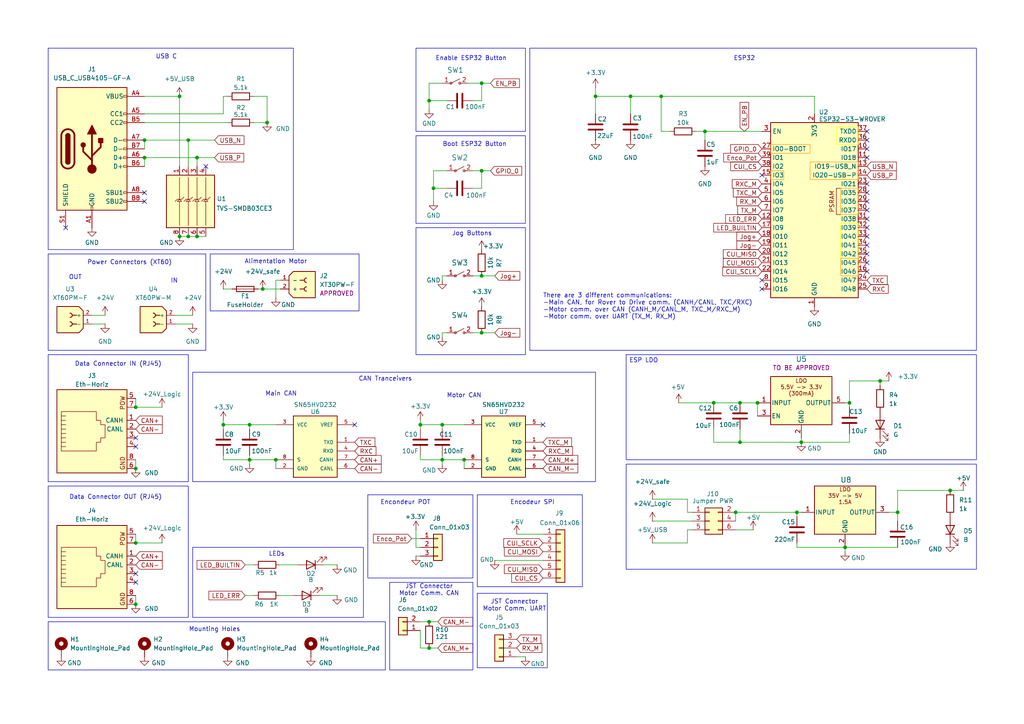
<source format=kicad_sch>
(kicad_sch (version 20231120) (generator "eeschema") (generator_version "8.0")
  (paper "A4")
  (junction (at 232.41 128.27))
  (junction (at 52.07 27.94))
  (junction (at 139.7 49.53))
  (junction (at 39.37 118.11))
  (junction (at 255.27 110.49))
  (junction (at 172.72 27.94))
  (junction (at 231.14 148.59))
  (junction (at 204.47 38.1))
  (junction (at 72.39 123.19))
  (junction (at 214.63 128.27))
  (junction (at 39.37 135.89))
  (junction (at 214.63 116.84))
  (junction (at 124.46 187.96))
  (junction (at 77.47 35.56))
  (junction (at 57.15 68.58))
  (junction (at 52.07 68.58))
  (junction (at 246.38 116.84))
  (junction (at 57.15 45.72))
  (junction (at 260.35 148.59))
  (junction (at 128.27 123.19))
  (junction (at 207.01 116.84))
  (junction (at 76.2 83.82))
  (junction (at 128.27 133.35))
  (junction (at 134.62 133.35))
  (junction (at 124.46 180.34))
  (junction (at 245.11 158.75))
  (junction (at 275.59 142.24))
  (junction (at 125.73 54.61))
  (junction (at 72.39 133.35))
  (junction (at 41.91 45.72))
  (junction (at 139.7 24.13))
  (junction (at 64.77 123.19))
  (junction (at 39.37 175.26))
  (junction (at 80.01 133.35))
  (junction (at 191.77 27.94))
  (junction (at 124.46 29.21))
  (junction (at 182.88 27.94))
  (junction (at 41.91 40.64))
  (junction (at 121.92 123.19))
  (junction (at 39.37 157.48))
  (junction (at 213.36 148.59))
  (junction (at 54.61 68.58))
  (junction (at 139.7 80.01))
  (junction (at 219.71 116.84))
  (junction (at 54.61 40.64))
  (junction (at 139.7 96.52))
  (no_connect (at 251.46 71.12))
  (no_connect (at 251.46 60.96))
  (no_connect (at 41.91 58.42))
  (no_connect (at 102.87 123.19))
  (no_connect (at 157.48 123.19))
  (no_connect (at 39.37 166.37))
  (no_connect (at 39.37 127))
  (no_connect (at 220.98 81.28))
  (no_connect (at 39.37 129.54))
  (no_connect (at 251.46 55.88))
  (no_connect (at 41.91 55.88))
  (no_connect (at 59.69 48.26))
  (no_connect (at 251.46 68.58))
  (no_connect (at 39.37 168.91))
  (no_connect (at 251.46 58.42))
  (no_connect (at 251.46 53.34))
  (no_connect (at 251.46 38.1))
  (no_connect (at 251.46 45.72))
  (no_connect (at 19.05 66.04))
  (no_connect (at 251.46 40.64))
  (no_connect (at 251.46 76.2))
  (no_connect (at 220.98 83.82))
  (no_connect (at 251.46 66.04))
  (no_connect (at 220.98 50.8))
  (no_connect (at 251.46 63.5))
  (no_connect (at 251.46 78.74))
  (no_connect (at 251.46 73.66))
  (no_connect (at 251.46 43.18))
  (wire (pts (xy 213.36 148.59) (xy 231.14 148.59)))
  (wire (pts (xy 199.39 153.67) (xy 200.66 153.67)))
  (wire (pts (xy 121.92 180.34) (xy 124.46 180.34)))
  (wire (pts (xy 204.47 38.1) (xy 204.47 40.64)))
  (wire (pts (xy 128.27 123.19) (xy 128.27 124.46)))
  (wire (pts (xy 191.77 38.1) (xy 194.31 38.1)))
  (wire (pts (xy 232.41 128.27) (xy 232.41 127)))
  (wire (pts (xy 64.77 123.19) (xy 64.77 124.46)))
  (wire (pts (xy 214.63 116.84) (xy 219.71 116.84)))
  (wire (pts (xy 93.98 163.83) (xy 97.79 163.83)))
  (wire (pts (xy 255.27 111.76) (xy 255.27 110.49)))
  (wire (pts (xy 80.01 133.35) (xy 80.01 135.89)))
  (wire (pts (xy 246.38 125.73) (xy 246.38 128.27)))
  (wire (pts (xy 121.92 123.19) (xy 121.92 121.92)))
  (wire (pts (xy 207.01 116.84) (xy 214.63 116.84)))
  (wire (pts (xy 191.77 27.94) (xy 191.77 38.1)))
  (wire (pts (xy 143.51 162.56) (xy 157.48 162.56)))
  (wire (pts (xy 213.36 148.59) (xy 213.36 151.13)))
  (wire (pts (xy 72.39 132.08) (xy 72.39 133.35)))
  (wire (pts (xy 207.01 128.27) (xy 214.63 128.27)))
  (wire (pts (xy 54.61 40.64) (xy 62.23 40.64)))
  (wire (pts (xy 92.71 172.72) (xy 97.79 172.72)))
  (wire (pts (xy 73.66 35.56) (xy 77.47 35.56)))
  (wire (pts (xy 64.77 27.94) (xy 64.77 33.02)))
  (wire (pts (xy 199.39 144.78) (xy 189.23 144.78)))
  (wire (pts (xy 71.12 172.72) (xy 73.66 172.72)))
  (wire (pts (xy 231.14 148.59) (xy 231.14 149.86)))
  (wire (pts (xy 128.27 80.01) (xy 129.54 80.01)))
  (wire (pts (xy 128.27 80.01) (xy 128.27 81.28)))
  (wire (pts (xy 137.16 80.01) (xy 139.7 80.01)))
  (wire (pts (xy 72.39 123.19) (xy 72.39 124.46)))
  (wire (pts (xy 214.63 124.46) (xy 214.63 128.27)))
  (wire (pts (xy 231.14 157.48) (xy 231.14 158.75)))
  (wire (pts (xy 72.39 123.19) (xy 80.01 123.19)))
  (wire (pts (xy 74.93 83.82) (xy 76.2 83.82)))
  (wire (pts (xy 54.61 68.58) (xy 57.15 68.58)))
  (wire (pts (xy 80.01 81.28) (xy 81.28 81.28)))
  (wire (pts (xy 201.93 38.1) (xy 204.47 38.1)))
  (wire (pts (xy 50.8 93.98) (xy 55.88 93.98)))
  (wire (pts (xy 41.91 40.64) (xy 54.61 40.64)))
  (wire (pts (xy 137.16 49.53) (xy 139.7 49.53)))
  (wire (pts (xy 139.7 49.53) (xy 139.7 54.61)))
  (wire (pts (xy 72.39 133.35) (xy 72.39 134.62)))
  (wire (pts (xy 128.27 96.52) (xy 128.27 97.79)))
  (wire (pts (xy 139.7 96.52) (xy 143.51 96.52)))
  (wire (pts (xy 128.27 123.19) (xy 121.92 123.19)))
  (wire (pts (xy 214.63 128.27) (xy 232.41 128.27)))
  (wire (pts (xy 139.7 54.61) (xy 137.16 54.61)))
  (wire (pts (xy 246.38 118.11) (xy 246.38 116.84)))
  (wire (pts (xy 39.37 154.94) (xy 39.37 157.48)))
  (wire (pts (xy 219.71 116.84) (xy 219.71 120.65)))
  (wire (pts (xy 135.89 24.13) (xy 139.7 24.13)))
  (wire (pts (xy 76.2 83.82) (xy 81.28 83.82)))
  (wire (pts (xy 199.39 157.48) (xy 199.39 153.67)))
  (wire (pts (xy 41.91 33.02) (xy 64.77 33.02)))
  (wire (pts (xy 182.88 27.94) (xy 191.77 27.94)))
  (wire (pts (xy 121.92 187.96) (xy 121.92 182.88)))
  (wire (pts (xy 172.72 27.94) (xy 172.72 33.02)))
  (wire (pts (xy 172.72 25.4) (xy 172.72 27.94)))
  (wire (pts (xy 26.67 91.44) (xy 30.48 91.44)))
  (wire (pts (xy 52.07 68.58) (xy 54.61 68.58)))
  (wire (pts (xy 246.38 110.49) (xy 255.27 110.49)))
  (wire (pts (xy 50.8 91.44) (xy 55.88 91.44)))
  (wire (pts (xy 64.77 123.19) (xy 64.77 121.92)))
  (wire (pts (xy 73.66 27.94) (xy 77.47 27.94)))
  (wire (pts (xy 39.37 172.72) (xy 39.37 175.26)))
  (wire (pts (xy 260.35 151.13) (xy 260.35 148.59)))
  (wire (pts (xy 54.61 40.64) (xy 54.61 48.26)))
  (wire (pts (xy 182.88 27.94) (xy 182.88 33.02)))
  (wire (pts (xy 125.73 54.61) (xy 129.54 54.61)))
  (wire (pts (xy 64.77 83.82) (xy 67.31 83.82)))
  (wire (pts (xy 142.24 49.53) (xy 139.7 49.53)))
  (wire (pts (xy 128.27 96.52) (xy 129.54 96.52)))
  (wire (pts (xy 137.16 96.52) (xy 139.7 96.52)))
  (wire (pts (xy 196.85 116.84) (xy 207.01 116.84)))
  (wire (pts (xy 139.7 80.01) (xy 143.51 80.01)))
  (wire (pts (xy 81.28 172.72) (xy 85.09 172.72)))
  (wire (pts (xy 121.92 158.75) (xy 120.65 158.75)))
  (wire (pts (xy 120.65 161.29) (xy 121.92 161.29)))
  (wire (pts (xy 41.91 40.64) (xy 41.91 43.18)))
  (wire (pts (xy 245.11 160.02) (xy 245.11 158.75)))
  (wire (pts (xy 213.36 153.67) (xy 218.44 153.67)))
  (wire (pts (xy 119.38 156.21) (xy 121.92 156.21)))
  (wire (pts (xy 260.35 148.59) (xy 257.81 148.59)))
  (wire (pts (xy 142.24 24.13) (xy 139.7 24.13)))
  (wire (pts (xy 246.38 128.27) (xy 232.41 128.27)))
  (wire (pts (xy 139.7 24.13) (xy 139.7 29.21)))
  (wire (pts (xy 77.47 27.94) (xy 77.47 35.56)))
  (wire (pts (xy 41.91 45.72) (xy 57.15 45.72)))
  (wire (pts (xy 207.01 128.27) (xy 207.01 124.46)))
  (wire (pts (xy 275.59 142.24) (xy 260.35 142.24)))
  (wire (pts (xy 275.59 142.24) (xy 279.4 142.24)))
  (wire (pts (xy 246.38 116.84) (xy 245.11 116.84)))
  (wire (pts (xy 39.37 135.89) (xy 39.37 133.35)))
  (wire (pts (xy 124.46 180.34) (xy 127 180.34)))
  (wire (pts (xy 72.39 133.35) (xy 80.01 133.35)))
  (wire (pts (xy 128.27 133.35) (xy 134.62 133.35)))
  (wire (pts (xy 260.35 142.24) (xy 260.35 148.59)))
  (wire (pts (xy 149.86 190.5) (xy 152.4 190.5)))
  (wire (pts (xy 39.37 157.48) (xy 46.99 157.48)))
  (wire (pts (xy 199.39 148.59) (xy 199.39 144.78)))
  (wire (pts (xy 128.27 24.13) (xy 124.46 24.13)))
  (wire (pts (xy 121.92 123.19) (xy 121.92 124.46)))
  (wire (pts (xy 121.92 187.96) (xy 124.46 187.96)))
  (wire (pts (xy 41.91 45.72) (xy 41.91 48.26)))
  (wire (pts (xy 80.01 86.36) (xy 80.01 81.28)))
  (wire (pts (xy 128.27 133.35) (xy 128.27 132.08)))
  (wire (pts (xy 64.77 133.35) (xy 64.77 132.08)))
  (wire (pts (xy 41.91 35.56) (xy 66.04 35.56)))
  (wire (pts (xy 189.23 157.48) (xy 199.39 157.48)))
  (wire (pts (xy 245.11 158.75) (xy 260.35 158.75)))
  (wire (pts (xy 81.28 163.83) (xy 86.36 163.83)))
  (wire (pts (xy 191.77 27.94) (xy 236.22 27.94)))
  (wire (pts (xy 128.27 133.35) (xy 128.27 134.62)))
  (wire (pts (xy 125.73 49.53) (xy 125.73 54.61)))
  (wire (pts (xy 121.92 133.35) (xy 128.27 133.35)))
  (wire (pts (xy 57.15 45.72) (xy 62.23 45.72)))
  (wire (pts (xy 172.72 27.94) (xy 182.88 27.94)))
  (wire (pts (xy 124.46 24.13) (xy 124.46 29.21)))
  (wire (pts (xy 231.14 158.75) (xy 245.11 158.75)))
  (wire (pts (xy 57.15 45.72) (xy 57.15 48.26)))
  (wire (pts (xy 64.77 123.19) (xy 72.39 123.19)))
  (wire (pts (xy 149.86 154.94) (xy 157.48 154.94)))
  (wire (pts (xy 71.12 163.83) (xy 73.66 163.83)))
  (wire (pts (xy 189.23 151.13) (xy 200.66 151.13)))
  (wire (pts (xy 125.73 54.61) (xy 125.73 58.42)))
  (wire (pts (xy 125.73 49.53) (xy 129.54 49.53)))
  (wire (pts (xy 124.46 29.21) (xy 124.46 31.75)))
  (wire (pts (xy 52.07 48.26) (xy 52.07 27.94)))
  (wire (pts (xy 121.92 133.35) (xy 121.92 132.08)))
  (wire (pts (xy 124.46 187.96) (xy 127 187.96)))
  (wire (pts (xy 134.62 133.35) (xy 134.62 135.89)))
  (wire (pts (xy 120.65 158.75) (xy 120.65 153.67)))
  (wire (pts (xy 39.37 118.11) (xy 46.99 118.11)))
  (wire (pts (xy 255.27 110.49) (xy 257.81 110.49)))
  (wire (pts (xy 231.14 148.59) (xy 232.41 148.59)))
  (wire (pts (xy 139.7 29.21) (xy 137.16 29.21)))
  (wire (pts (xy 134.62 123.19) (xy 128.27 123.19)))
  (wire (pts (xy 199.39 148.59) (xy 200.66 148.59)))
  (wire (pts (xy 57.15 68.58) (xy 59.69 68.58)))
  (wire (pts (xy 204.47 38.1) (xy 220.98 38.1)))
  (wire (pts (xy 124.46 29.21) (xy 129.54 29.21)))
  (wire (pts (xy 26.67 93.98) (xy 30.48 93.98)))
  (wire (pts (xy 64.77 133.35) (xy 72.39 133.35)))
  (wire (pts (xy 41.91 27.94) (xy 52.07 27.94)))
  (wire (pts (xy 236.22 27.94) (xy 236.22 33.02)))
  (wire (pts (xy 246.38 110.49) (xy 246.38 116.84)))
  (wire (pts (xy 39.37 115.57) (xy 39.37 118.11)))
  (wire (pts (xy 64.77 27.94) (xy 66.04 27.94)))
  (rectangle (start 13.97 140.97) (end 54.61 179.07))
  (rectangle (start 120.65 13.97) (end 152.4 38.1))
  (rectangle (start 120.65 66.04) (end 152.4 102.87))
  (rectangle (start 13.97 102.87) (end 54.61 139.7))
  (rectangle (start 55.88 158.75) (end 105.41 179.07))
  (rectangle (start 13.97 73.66) (end 59.69 101.6))
  (rectangle (start 106.68 143.51) (end 137.16 167.64))
  (rectangle (start 120.65 39.37) (end 152.4 64.77))
  (rectangle (start 153.67 13.97) (end 283.21 101.6))
  (rectangle (start 13.97 13.97) (end 85.09 72.39))
  (rectangle (start 55.88 107.95) (end 172.72 139.7))
  (rectangle (start 13.97 180.34) (end 111.76 194.31))
  (rectangle (start 138.43 143.51) (end 168.91 170.18))
  (rectangle (start 60.96 73.66) (end 104.14 90.17))
  (rectangle (start 138.43 172.085) (end 158.75 193.675))
  (rectangle (start 181.61 102.87) (end 283.21 133.35))
  (rectangle (start 181.61 134.62) (end 283.21 165.1))
  (rectangle (start 113.03 168.91) (end 137.16 194.31))
  (text "ESP32" (at 215.9 17.018 0) (effects (font (size 1.27 1.27))))
  (text "Data Connector IN (RJ45)" (at 34.29 105.664 0) (effects (font (size 1.27 1.27))))
  (text "OUT" (at 21.844 80.518 0) (effects (font (size 1.27 1.27))))
  (text "Mounting Holes" (at 62.23 182.626 0) (effects (font (size 1.27 1.27))))
  (text "Encodeur SPI" (at 154.432 145.796 0) (effects (font (size 1.27 1.27))))
  (text "Power Connectors (XT60)" (at 37.592 76.2 0) (effects (font (size 1.27 1.27))))
  (text "JST Connector\nMotor Comm. UART" (at 149.225 175.641 0) (effects (font (size 1.27 1.27))))
  (text "Main CAN" (at 81.534 114.3 0) (effects (font (size 1.27 1.27))))
  (text "Motor CAN" (at 134.62 114.808 0) (effects (font (size 1.27 1.27))))
  (text "There are 3 different communications:\n-Main CAN, for Rover to Drive comm. (CANH/CANL, TXC/RXC)\n-Motor comm. over CAN (CANH_M/CANL_M, TXC_M/RXC_M)\n-Motor comm. over UART (TX_M, RX_M)" (at 157.48 88.9 0) (effects (font (size 1.27 1.27)) (justify left)))
  (text "ESP LDO" (at 186.69 104.648 0) (effects (font (size 1.27 1.27))))
  (text "Alimentation Motor" (at 80.01 75.946 0) (effects (font (size 1.27 1.27))))
  (text "Boot ESP32 Button" (at 137.668 41.91 0) (effects (font (size 1.27 1.27))))
  (text "Jog Buttons" (at 136.906 67.818 0) (effects (font (size 1.27 1.27))))
  (text "Enable ESP32 Button" (at 136.652 17.018 0) (effects (font (size 1.27 1.27))))
  (text "IN" (at 50.546 81.534 0) (effects (font (size 1.27 1.27))))
  (text "CAN Tranceivers" (at 111.76 109.982 0) (effects (font (size 1.27 1.27))))
  (text "Data Connector OUT (RJ45)" (at 33.528 144.272 0) (effects (font (size 1.27 1.27))))
  (text "USB C" (at 48.26 16.51 0) (effects (font (size 1.27 1.27))))
  (text "LEDs" (at 80.264 160.782 0) (effects (font (size 1.27 1.27))))
  (text "Encondeur POT" (at 117.602 145.796 0) (effects (font (size 1.27 1.27))))
  (text "JST Connector\nMotor Comm. CAN" (at 124.46 171.196 0) (effects (font (size 1.27 1.27))))
  (global_label "LED_ERR" (shape input) (at 220.98 63.5 180) (property "Intersheetrefs" "${INTERSHEET_REFS}" (effects (hide yes))))
  (global_label "EN_PB" (shape input) (at 215.9 38.1 90) (property "Intersheetrefs" "${INTERSHEET_REFS}" (effects (hide yes))))
  (global_label "LED_BUILTIN" (shape input) (at 220.98 66.04 180) (property "Intersheetrefs" "${INTERSHEET_REFS}" (effects (hide yes))))
  (global_label "USB_P" (shape input) (at 251.46 50.8 0) (property "Intersheetrefs" "${INTERSHEET_REFS}" (effects (hide yes))))
  (global_label "RX_M" (shape input) (at 149.86 187.96 0) (property "Intersheetrefs" "${INTERSHEET_REFS}" (effects (hide yes))))
  (global_label "CUI_CS" (shape input) (at 220.98 48.26 180) (property "Intersheetrefs" "${INTERSHEET_REFS}" (effects (hide yes))))
  (global_label "CUI_SCLK" (shape input) (at 220.98 78.74 180) (property "Intersheetrefs" "${INTERSHEET_REFS}" (effects (hide yes))))
  (global_label "Jog-" (shape input) (at 220.98 71.12 180) (property "Intersheetrefs" "${INTERSHEET_REFS}" (effects (hide yes))))
  (global_label "Jog+" (shape input) (at 143.51 80.01 0) (property "Intersheetrefs" "${INTERSHEET_REFS}" (effects (hide yes))))
  (global_label "GPIO_0" (shape input) (at 142.24 49.53 0) (property "Intersheetrefs" "${INTERSHEET_REFS}" (effects (hide yes))))
  (global_label "LED_BUILTIN" (shape input) (at 71.12 163.83 180) (property "Intersheetrefs" "${INTERSHEET_REFS}" (effects (hide yes))))
  (global_label "TX_M" (shape input) (at 220.98 60.96 180) (property "Intersheetrefs" "${INTERSHEET_REFS}" (effects (hide yes))))
  (global_label "CUI_MISO" (shape input) (at 157.48 165.1 180) (property "Intersheetrefs" "${INTERSHEET_REFS}" (effects (hide yes))))
  (global_label "CUI_SCLK" (shape input) (at 157.48 157.48 180) (property "Intersheetrefs" "${INTERSHEET_REFS}" (effects (hide yes))))
  (global_label "CAN+" (shape input) (at 39.37 161.29 0) (property "Intersheetrefs" "${INTERSHEET_REFS}" (effects (hide yes))))
  (global_label "TX_M" (shape input) (at 149.86 185.42 0) (property "Intersheetrefs" "${INTERSHEET_REFS}" (effects (hide yes))))
  (global_label "CAN_M+" (shape input) (at 127 187.96 0) (property "Intersheetrefs" "${INTERSHEET_REFS}" (effects (hide yes))))
  (global_label "CUI_MISO" (shape input) (at 220.98 73.66 180) (property "Intersheetrefs" "${INTERSHEET_REFS}" (effects (hide yes))))
  (global_label "CAN_M-" (shape input) (at 157.48 135.89 0) (property "Intersheetrefs" "${INTERSHEET_REFS}" (effects (hide yes))))
  (global_label "TXC_M" (shape input) (at 220.98 55.88 180) (property "Intersheetrefs" "${INTERSHEET_REFS}" (effects (hide yes))))
  (global_label "CAN_M+" (shape input) (at 157.48 133.35 0) (property "Intersheetrefs" "${INTERSHEET_REFS}" (effects (hide yes))))
  (global_label "CAN-" (shape input) (at 39.37 124.46 0) (property "Intersheetrefs" "${INTERSHEET_REFS}" (effects (hide yes))))
  (global_label "USB_P" (shape input) (at 62.23 45.72 0) (property "Intersheetrefs" "${INTERSHEET_REFS}" (effects (hide yes))))
  (global_label "TXC_M" (shape input) (at 157.48 128.27 0) (property "Intersheetrefs" "${INTERSHEET_REFS}" (effects (hide yes))))
  (global_label "RXC" (shape input) (at 251.46 83.82 0) (property "Intersheetrefs" "${INTERSHEET_REFS}" (effects (hide yes))))
  (global_label "LED_ERR" (shape input) (at 71.12 172.72 180) (property "Intersheetrefs" "${INTERSHEET_REFS}" (effects (hide yes))))
  (global_label "CAN+" (shape input) (at 102.87 133.35 0) (property "Intersheetrefs" "${INTERSHEET_REFS}" (effects (hide yes))))
  (global_label "CUI_MOSI" (shape input) (at 220.98 76.2 180) (property "Intersheetrefs" "${INTERSHEET_REFS}" (effects (hide yes))))
  (global_label "CAN+" (shape input) (at 39.37 121.92 0) (property "Intersheetrefs" "${INTERSHEET_REFS}" (effects (hide yes))))
  (global_label "USB_N" (shape input) (at 251.46 48.26 0) (property "Intersheetrefs" "${INTERSHEET_REFS}" (effects (hide yes))))
  (global_label "Jog+" (shape input) (at 220.98 68.58 180) (property "Intersheetrefs" "${INTERSHEET_REFS}" (effects (hide yes))))
  (global_label "CAN-" (shape input) (at 102.87 135.89 0) (property "Intersheetrefs" "${INTERSHEET_REFS}" (effects (hide yes))))
  (global_label "USB_N" (shape input) (at 62.23 40.64 0) (property "Intersheetrefs" "${INTERSHEET_REFS}" (effects (hide yes))))
  (global_label "CAN_M-" (shape input) (at 127 180.34 0) (property "Intersheetrefs" "${INTERSHEET_REFS}" (effects (hide yes))))
  (global_label "Enco_Pot" (shape input) (at 119.38 156.21 180) (property "Intersheetrefs" "${INTERSHEET_REFS}" (effects (hide yes))))
  (global_label "RXC_M" (shape input) (at 157.48 130.81 0) (property "Intersheetrefs" "${INTERSHEET_REFS}" (effects (hide yes))))
  (global_label "Enco_Pot" (shape input) (at 220.98 45.72 180) (property "Intersheetrefs" "${INTERSHEET_REFS}" (effects (hide yes))))
  (global_label "CUI_MOSI" (shape input) (at 157.48 160.02 180) (property "Intersheetrefs" "${INTERSHEET_REFS}" (effects (hide yes))))
  (global_label "RXC" (shape input) (at 102.87 130.81 0) (property "Intersheetrefs" "${INTERSHEET_REFS}" (effects (hide yes))))
  (global_label "CAN-" (shape input) (at 39.37 163.83 0) (property "Intersheetrefs" "${INTERSHEET_REFS}" (effects (hide yes))))
  (global_label "CUI_CS" (shape input) (at 157.48 167.64 180) (property "Intersheetrefs" "${INTERSHEET_REFS}" (effects (hide yes))))
  (global_label "Jog-" (shape input) (at 143.51 96.52 0) (property "Intersheetrefs" "${INTERSHEET_REFS}" (effects (hide yes))))
  (global_label "TXC" (shape input) (at 251.46 81.28 0) (property "Intersheetrefs" "${INTERSHEET_REFS}" (effects (hide yes))))
  (global_label "RXC_M" (shape input) (at 220.98 53.34 180) (property "Intersheetrefs" "${INTERSHEET_REFS}" (effects (hide yes))))
  (global_label "TXC" (shape input) (at 102.87 128.27 0) (property "Intersheetrefs" "${INTERSHEET_REFS}" (effects (hide yes))))
  (global_label "EN_PB" (shape input) (at 142.24 24.13 0) (property "Intersheetrefs" "${INTERSHEET_REFS}" (effects (hide yes))))
  (global_label "GPIO_0" (shape input) (at 220.98 43.18 180) (property "Intersheetrefs" "${INTERSHEET_REFS}" (effects (hide yes))))
  (global_label "RX_M" (shape input) (at 220.98 58.42 180) (property "Intersheetrefs" "${INTERSHEET_REFS}" (effects (hide yes))))
  (symbol (lib_id "Connector_Generic:Conn_02x03_Odd_Even") (at 205.74 151.13 0) (unit 1)
    (property "Reference" "J10" (at 206.756 143.256 0))
    (property "Value" "Jumper PWR" (at 206.756 145.288 0))
    (property "Footprint" "Connector_PinHeader_2.54mm:PinHeader_2x03_P2.54mm_Vertical" (effects (hide yes)))
    (property "Description" "Generic connector, double row, 02x03, odd/even pin numbering scheme (row 1 odd numbers, row 2 even numbers), script generated (kicad-library-utils/schlib/autogen/connector/)" (effects (hide yes)))
  )
  (symbol (lib_id "Rover_LIB:R_0805") (at 255.27 115.57 0) (unit 1)
    (property "Reference" "R4" (at 257.81 114.554 0) (effects (justify left)))
    (property "Value" "1k" (at 257.81 117.094 0) (effects (justify left)))
    (property "Footprint" "Resistor_SMD:R_0805_2012Metric_Pad1.20x1.40mm_HandSolder" (effects (hide yes)))
    (property "Description" "Resistor" (effects (hide yes)))
    (property "Package" "0805" (effects (hide yes)))
  )
  (symbol (lib_id "power:GND") (at 245.11 160.02 0) (unit 1)
    (property "Reference" "#PWR057" (effects (hide yes)))
    (property "Value" "GND" (at 248.92 161.798 0))
    (property "Description" "Power symbol creates a global label with name \"GND\" , ground" (effects (hide yes)))
  )
  (symbol (lib_id "Rover_LIB:LDO-LM7805MPX/NOPB") (at 245.11 140.97 0) (unit 1)
    (property "Reference" "U8" (at 245.364 139.192 0) (effects (font (size 1.524 1.524))))
    (property "Value" "LDO-LM7805MPX/NOPB" (effects (hide yes)))
    (property "Footprint" "Package_TO_SOT_SMD:SOT-223-3_TabPin2" (effects (hide yes)))
    (property "Datasheet" "https://www.ti.com/lit/ds/symlink/lm7800.pdf" (effects (hide yes)))
    (property "Description" "7.5V-35V To 5V LDO. 1.5A" (effects (hide yes)))
    (property "STATUS" "TO BE APPROVED" (effects (hide yes)))
  )
  (symbol (lib_id "Rover_LIB:C_0805") (at 246.38 121.92 0) (unit 1)
    (property "Reference" "C13" (at 250.19 119.38 0) (effects (justify right)))
    (property "Value" "10uF" (at 251.714 124.968 0) (effects (justify right)))
    (property "Footprint" "Capacitor_SMD:C_0805_2012Metric_Pad1.18x1.45mm_HandSolder" (effects (hide yes)))
    (property "Description" "Unpolarized capacitor" (effects (hide yes)))
    (property "Package" "0805" (effects (hide yes)))
  )
  (symbol (lib_id "Rover_LIB:MountingHole_Pad") (at 41.91 187.96 0) (unit 1) (exclude_from_sim yes) (in_bom no)
    (property "Reference" "H2" (at 44.45 185.4199 0) (effects (justify left)))
    (property "Value" "MountingHole_Pad" (at 44.45 187.9599 0) (effects (justify left)))
    (property "Footprint" "MountingHole:MountingHole_3.2mm_M3_DIN965_Pad_TopBottom" (effects (hide yes)))
    (property "Description" "Mounting Hole with connection" (effects (hide yes)))
  )
  (symbol (lib_id "Rover_LIB:CAN-Transceiver-SN65HVD232") (at 91.44 127 0) (unit 1)
    (property "Reference" "U6" (at 91.44 120.142 0) (effects (justify bottom)))
    (property "Value" "SN65HVD232" (at 91.44 118.11 0) (effects (justify bottom)))
    (property "Footprint" "Package_SO:SOIC-8_3.9x4.9mm_P1.27mm" (effects (hide yes)))
    (property "Datasheet" "https://www.ti.com/lit/ds/symlink/sn65hvd230.pdf?ts=1730319703644&ref_url=https%253A%252F%252Fwww.ti.com%252Fproduct%252FSN65HVD230" (effects (hide yes)))
    (property "Description" "CAN Transceiver" (effects (hide yes)))
    (property "PARTREV" "4" (effects (hide yes)))
    (property "STANDARD" "IPC 7351B" (effects (hide yes)))
    (property "MAXIMUM_PACKAGE_HEIGHT" "1.75 mm" (effects (hide yes)))
    (property "MANUFACTURER" "NXP USA" (effects (hide yes)))
    (property "STATUS" "APPROVED" (effects (hide yes)))
  )
  (symbol (lib_id "power:GND") (at 125.73 58.42 0) (unit 1)
    (property "Reference" "#PWR07" (effects (hide yes)))
    (property "Value" "GND" (at 125.73 62.484 0))
    (property "Description" "Power symbol creates a global label with name \"GND\" , ground" (effects (hide yes)))
  )
  (symbol (lib_id "power:GND") (at 236.22 88.9 0) (unit 1)
    (property "Reference" "#PWR020" (effects (hide yes)))
    (property "Value" "GND" (at 236.22 93.98 0))
    (property "Description" "Power symbol creates a global label with name \"GND\" , ground" (effects (hide yes)))
  )
  (symbol (lib_id "Rover_LIB:R_0805") (at 139.7 92.71 0) (unit 1)
    (property "Reference" "R8" (at 144.78 92.71 90))
    (property "Value" "10k" (at 142.24 92.71 90))
    (property "Footprint" "Resistor_SMD:R_0805_2012Metric_Pad1.20x1.40mm_HandSolder" (effects (hide yes)))
    (property "Description" "Resistor" (effects (hide yes)))
    (property "Package" "0805" (effects (hide yes)))
  )
  (symbol (lib_id "power:+5V") (at 149.86 154.94 0) (unit 1)
    (property "Reference" "#PWR047" (effects (hide yes)))
    (property "Value" "+5V" (at 149.86 151.384 0))
    (property "Description" "Power symbol creates a global label with name \"+5V\"" (effects (hide yes)))
  )
  (symbol (lib_id "power:+36V") (at 189.23 157.48 0) (unit 1)
    (property "Reference" "#PWR055" (effects (hide yes)))
    (property "Value" "+5V_USB" (at 189.23 153.67 0))
    (property "Description" "Power symbol creates a global label with name \"+36V\"" (effects (hide yes)))
  )
  (symbol (lib_id "Rover_LIB:PushButton-TS09-63-25-WT-160-SMT-TR") (at 133.35 49.53 0) (unit 1)
    (property "Reference" "SW2" (at 133.35 45.72 0) (effects (font (size 1.524 1.524))))
    (property "Value" "TS09-63-25-WT-160-SMT-TR" (effects (hide yes)))
    (property "Footprint" "Button_Switch_SMD:SW_DIP_SPSTx01_Slide_6.7x4.1mm_W8.61mm_P2.54mm_LowProfile" (effects (hide yes)))
    (property "Datasheet" "TS09-63-25-WT-160-SMT-TR" (effects (hide yes)))
    (property "Description" "SMD Push button" (effects (hide yes)))
    (property "Digikey" "https://www.digikey.ca/en/products/detail/same-sky-formerly-cui-devices/TS09-63-25-WT-160-SMT-TR/15839066?s=N4IgTCBcDaICoGUAMBOAtANgMxrAVjQHU40BGDJNBAWRLgCUQBdAXyA" (effects (hide yes)))
    (property "STATUS" "APPROVED" (effects (hide yes)))
  )
  (symbol (lib_id "Rover_LIB:C_0805") (at 207.01 120.65 0) (unit 1)
    (property "Reference" "C12" (at 206.502 118.364 0) (effects (justify right)))
    (property "Value" "10uF" (at 206.502 123.444 0) (effects (justify right)))
    (property "Footprint" "Capacitor_SMD:C_0805_2012Metric_Pad1.18x1.45mm_HandSolder" (effects (hide yes)))
    (property "Description" "Unpolarized capacitor" (effects (hide yes)))
    (property "Package" "0805" (effects (hide yes)))
  )
  (symbol (lib_id "power:+24V") (at 64.77 83.82 0) (unit 1)
    (property "Reference" "#PWR011" (effects (hide yes)))
    (property "Value" "+24V" (at 64.77 78.74 0))
    (property "Description" "Power symbol creates a global label with name \"+24V\"" (effects (hide yes)))
  )
  (symbol (lib_id "Rover_LIB:C_0805") (at 204.47 44.45 0) (unit 1)
    (property "Reference" "C5" (at 207.518 41.91 0) (effects (justify right)))
    (property "Value" "1uF" (at 208.534 46.99 0) (effects (justify right)))
    (property "Footprint" "Capacitor_SMD:C_0805_2012Metric_Pad1.18x1.45mm_HandSolder" (effects (hide yes)))
    (property "Description" "Unpolarized capacitor" (effects (hide yes)))
    (property "Package" "0805" (effects (hide yes)))
  )
  (symbol (lib_id "power:GND") (at 39.37 175.26 0) (unit 1)
    (property "Reference" "#PWR035" (effects (hide yes)))
    (property "Value" "GND" (at 41.91 176.5299 0) (effects (justify left)))
    (property "Description" "Power symbol creates a global label with name \"GND\" , ground" (effects (hide yes)))
  )
  (symbol (lib_id "Connector_Generic:Conn_01x06") (at 162.56 160.02 0) (unit 1)
    (property "Reference" "J9" (at 161.036 148.844 0) (effects (justify left)))
    (property "Value" "Conn_01x06" (at 156.464 151.638 0) (effects (justify left)))
    (property "Footprint" "Connector_JST:JST_PH_S6B-PH-K_1x06_P2.00mm_Horizontal" (effects (hide yes)))
    (property "Description" "Generic connector, single row, 01x06, script generated (kicad-library-utils/schlib/autogen/connector/)" (effects (hide yes)))
  )
  (symbol (lib_id "power:+24V") (at 30.48 91.44 0) (unit 1)
    (property "Reference" "#PWR015" (effects (hide yes)))
    (property "Value" "+24V" (at 30.48 86.36 0))
    (property "Description" "Power symbol creates a global label with name \"+24V\"" (effects (hide yes)))
  )
  (symbol (lib_id "Rover_LIB:Eth-Horiz-54601-908WPLF") (at 29.21 165.1 0) (unit 1)
    (property "Reference" "J4" (at 26.67 148.082 0))
    (property "Value" "Eth-Horiz" (at 26.67 150.622 0))
    (property "Footprint" "RoverFootprint:Ethernet_Horizontal" (effects (hide yes)))
    (property "Description" "RJ connector, 8P8C (8 positions 8 connected), RJ31/RJ32/RJ33/RJ34/RJ35/RJ41/RJ45/RJ49/RJ61" (effects (hide yes)))
    (property "STATUS" "APPROVED" (effects (hide yes)))
  )
  (symbol (lib_id "power:GND") (at 182.88 40.64 0) (unit 1)
    (property "Reference" "#PWR06" (effects (hide yes)))
    (property "Value" "GND" (at 182.88 45.72 0))
    (property "Description" "Power symbol creates a global label with name \"GND\" , ground" (effects (hide yes)))
  )
  (symbol (lib_id "power:GND") (at 255.27 127 0) (unit 1)
    (property "Reference" "#PWR031" (effects (hide yes)))
    (property "Value" "GND" (at 255.27 131.064 0))
    (property "Description" "Power symbol creates a global label with name \"GND\" , ground" (effects (hide yes)))
  )
  (symbol (lib_id "Rover_LIB:R_0805") (at 77.47 163.83 90) (unit 1)
    (property "Reference" "R5" (at 75.438 166.116 90))
    (property "Value" "1k" (at 79.248 166.116 90))
    (property "Footprint" "Resistor_SMD:R_0805_2012Metric_Pad1.20x1.40mm_HandSolder" (effects (hide yes)))
    (property "Description" "Resistor" (effects (hide yes)))
    (property "Package" "0805" (effects (hide yes)))
  )
  (symbol (lib_id "Rover_LIB:PushButton-TS09-63-25-WT-160-SMT-TR") (at 132.08 24.13 0) (unit 1)
    (property "Reference" "SW1" (at 132.08 20.32 0) (effects (font (size 1.524 1.524))))
    (property "Value" "TS09-63-25-WT-160-SMT-TR" (effects (hide yes)))
    (property "Footprint" "Button_Switch_SMD:SW_DIP_SPSTx01_Slide_6.7x4.1mm_W8.61mm_P2.54mm_LowProfile" (effects (hide yes)))
    (property "Datasheet" "TS09-63-25-WT-160-SMT-TR" (effects (hide yes)))
    (property "Description" "SMD Push button" (effects (hide yes)))
    (property "Digikey" "https://www.digikey.ca/en/products/detail/same-sky-formerly-cui-devices/TS09-63-25-WT-160-SMT-TR/15839066?s=N4IgTCBcDaICoGUAMBOAtANgMxrAVjQHU40BGDJNBAWRLgCUQBdAXyA" (effects (hide yes)))
    (property "STATUS" "APPROVED" (effects (hide yes)))
  )
  (symbol (lib_id "Rover_LIB:LED") (at 275.59 153.67 90) (unit 1)
    (property "Reference" "D5" (at 279.4 153.9874 90) (effects (justify right)))
    (property "Value" "B" (at 279.4 156.5274 90) (effects (justify right)))
    (property "Footprint" "LED_SMD:LED_0805_2012Metric_Pad1.15x1.40mm_HandSolder" (effects (hide yes)))
    (property "Description" "Light emitting diode" (effects (hide yes)))
  )
  (symbol (lib_id "power:GND") (at 143.51 162.56 0) (unit 1)
    (property "Reference" "#PWR046" (effects (hide yes)))
    (property "Value" "GND" (at 141.224 162.306 0))
    (property "Description" "Power symbol creates a global label with name \"GND\" , ground" (effects (hide yes)))
  )
  (symbol (lib_id "Rover_LIB:C_0805") (at 182.88 36.83 0) (unit 1)
    (property "Reference" "C3" (at 186.182 34.29 0) (effects (justify right)))
    (property "Value" "100nF" (at 189.484 39.624 0) (effects (justify right)))
    (property "Footprint" "Capacitor_SMD:C_0805_2012Metric_Pad1.18x1.45mm_HandSolder" (effects (hide yes)))
    (property "Description" "Unpolarized capacitor" (effects (hide yes)))
    (property "Package" "0805" (effects (hide yes)))
  )
  (symbol (lib_id "power:GND") (at 128.27 81.28 0) (unit 1)
    (property "Reference" "#PWR013" (effects (hide yes)))
    (property "Value" "GND" (at 125.73 81.28 0))
    (property "Description" "Power symbol creates a global label with name \"GND\" , ground" (effects (hide yes)))
  )
  (symbol (lib_id "power:GND") (at 72.39 134.62 0) (unit 1)
    (property "Reference" "#PWR029" (effects (hide yes)))
    (property "Value" "GND" (at 68.58 135.89 0))
    (property "Description" "Power symbol creates a global label with name \"GND\" , ground" (effects (hide yes)))
  )
  (symbol (lib_id "power:+28V") (at 46.99 118.11 0) (unit 1)
    (property "Reference" "#PWR021" (effects (hide yes)))
    (property "Value" "+24V_Logic" (at 46.99 114.3 0))
    (property "Description" "Power symbol creates a global label with name \"+28V\"" (effects (hide yes)))
  )
  (symbol (lib_id "power:GND") (at 124.46 31.75 0) (unit 1)
    (property "Reference" "#PWR02" (effects (hide yes)))
    (property "Value" "GND" (at 124.46 35.814 0))
    (property "Description" "Power symbol creates a global label with name \"GND\" , ground" (effects (hide yes)))
  )
  (symbol (lib_id "Rover_LIB:C_0805") (at 260.35 154.94 0) (unit 1)
    (property "Reference" "C16" (at 264.922 152.908 0) (effects (justify right)))
    (property "Value" "100nF" (at 267.208 157.226 0) (effects (justify right)))
    (property "Footprint" "Capacitor_SMD:C_0805_2012Metric_Pad1.18x1.45mm_HandSolder" (effects (hide yes)))
    (property "Description" "Unpolarized capacitor" (effects (hide yes)))
    (property "Package" "0805" (effects (hide yes)))
  )
  (symbol (lib_id "power:GND") (at 80.01 86.36 0) (unit 1)
    (property "Reference" "#PWR014" (effects (hide yes)))
    (property "Value" "GND" (at 83.566 88.392 0))
    (property "Description" "Power symbol creates a global label with name \"GND\" , ground" (effects (hide yes)))
  )
  (symbol (lib_id "power:+5V") (at 279.4 142.24 0) (unit 1)
    (property "Reference" "#PWR059" (effects (hide yes)))
    (property "Value" "+5V" (at 279.4 138.684 0))
    (property "Description" "Power symbol creates a global label with name \"+5V\"" (effects (hide yes)))
  )
  (symbol (lib_id "Rover_LIB:XT60PW-M") (at 44.45 86.36 0) (unit 1)
    (property "Reference" "U4" (at 44.45 83.82 0))
    (property "Value" "XT60PW-M" (at 44.45 86.36 0))
    (property "Footprint" "RoverFootprint:AMASS_XT60PW-M_1x02_P7.20mm_Horizontal" (effects (hide yes)))
    (property "STATUS" "APPROVED" (effects (hide yes)))
  )
  (symbol (lib_id "Connector_Generic:Conn_01x03") (at 144.78 187.96 180) (unit 1)
    (property "Reference" "J5" (at 144.78 179.07 0))
    (property "Value" "Conn_01x03" (at 144.78 181.61 0))
    (property "Footprint" "Connector_JST:JST_PH_S3B-PH-K_1x03_P2.00mm_Horizontal" (effects (hide yes)))
    (property "Description" "Generic connector, single row, 01x03, script generated (kicad-library-utils/schlib/autogen/connector/)" (effects (hide yes)))
  )
  (symbol (lib_id "power:+15V") (at 189.23 144.78 0) (unit 1)
    (property "Reference" "#PWR053" (effects (hide yes)))
    (property "Value" "+24V_safe" (at 189.23 139.7 0))
    (property "Description" "Power symbol creates a global label with name \"+15V\"" (effects (hide yes)))
  )
  (symbol (lib_id "power:GND") (at 232.41 128.27 0) (unit 1)
    (property "Reference" "#PWR032" (effects (hide yes)))
    (property "Value" "GND" (at 236.22 130.048 0))
    (property "Description" "Power symbol creates a global label with name \"GND\" , ground" (effects (hide yes)))
  )
  (symbol (lib_id "Rover_LIB:XT60PW-F") (at 20.32 86.36 0) (unit 1)
    (property "Reference" "U3" (at 20.32 83.82 0))
    (property "Value" "XT60PM-F" (at 20.32 86.36 0))
    (property "Footprint" "RoverFootprint:AMASS_XT60PW-F_1x02_P7.20mm_Horizontal" (effects (hide yes)))
    (property "STATUS" "APPROVED" (effects (hide yes)))
  )
  (symbol (lib_id "power:+3.3V") (at 121.92 121.92 0) (unit 1)
    (property "Reference" "#PWR026" (effects (hide yes)))
    (property "Value" "+3.3V" (at 121.92 117.856 0))
    (property "Description" "Power symbol creates a global label with name \"+3.3V\"" (effects (hide yes)))
  )
  (symbol (lib_id "power:GND") (at 55.88 93.98 0) (unit 1)
    (property "Reference" "#PWR018" (effects (hide yes)))
    (property "Value" "GND" (at 55.88 99.06 0))
    (property "Description" "Power symbol creates a global label with name \"GND\" , ground" (effects (hide yes)))
  )
  (symbol (lib_id "Rover_LIB:XT30PW-F") (at 83.82 83.82 180) (unit 1)
    (property "Reference" "J2" (at 92.71 80.0099 0) (effects (justify right)))
    (property "Value" "XT30PW-F" (at 92.71 82.5499 0) (effects (justify right)))
    (property "Footprint" "RoverFootprint:AMASS_XT30PW-F_1x02_P2.50mm_Horizontal" (effects (hide yes)))
    (property "MF" "amass" (effects (hide yes)))
    (property "MAXIMUM_PACKAGE_HEIGHT" "5 mm" (effects (hide yes)))
    (property "Package" "None" (effects (hide yes)))
    (property "Price" "None" (effects (hide yes)))
    (property "Check_prices" "https://www.snapeda.com/parts/XT30PW-F/AMASS/view-part/?ref=eda" (effects (hide yes)))
    (property "STANDARD" "Manufacturer Recommendations" (effects (hide yes)))
    (property "PARTREV" "1.2" (effects (hide yes)))
    (property "SnapEDA_Link" "https://www.snapeda.com/parts/XT30PW-F/AMASS/view-part/?ref=snap" (effects (hide yes)))
    (property "MP" "XT30PW-F" (effects (hide yes)))
    (property "Description_1" "\nSocket; DC supply; XT30; female; PIN: 2; on PCBs; THT; yellow; 15A\n" (effects (hide yes)))
    (property "MANUFACTURER" "Amass" (effects (hide yes)))
    (property "Availability" "Not in stock" (effects (hide yes)))
    (property "SNAPEDA_PN" "XT30PW-F" (effects (hide yes)))
    (property "STATUS" "APPROVED" (at 92.71 85.0899 0) (effects (justify right)))
  )
  (symbol (lib_id "power:GND") (at 41.91 190.5 0) (unit 1)
    (property "Reference" "#PWR039" (effects (hide yes)))
    (property "Value" "GND" (at 45.974 192.278 0))
    (property "Description" "Power symbol creates a global label with name \"GND\" , ground" (effects (hide yes)))
  )
  (symbol (lib_id "power:GND") (at 52.07 68.58 0) (unit 1)
    (property "Reference" "#PWR010" (effects (hide yes)))
    (property "Value" "GND" (at 48.26 70.358 0))
    (property "Description" "Power symbol creates a global label with name \"GND\" , ground" (effects (hide yes)))
  )
  (symbol (lib_id "power:GND") (at 275.59 157.48 0) (unit 1)
    (property "Reference" "#PWR058" (effects (hide yes)))
    (property "Value" "GND" (at 271.272 159.258 0))
    (property "Description" "Power symbol creates a global label with name \"GND\" , ground" (effects (hide yes)))
  )
  (symbol (lib_id "power:GND") (at 66.04 190.5 0) (unit 1)
    (property "Reference" "#PWR040" (effects (hide yes)))
    (property "Value" "GND" (at 70.358 192.278 0))
    (property "Description" "Power symbol creates a global label with name \"GND\" , ground" (effects (hide yes)))
  )
  (symbol (lib_id "Rover_LIB:MountingHole_Pad") (at 17.78 187.96 0) (unit 1) (exclude_from_sim yes) (in_bom no)
    (property "Reference" "H1" (at 20.32 185.4199 0) (effects (justify left)))
    (property "Value" "MountingHole_Pad" (at 20.32 187.9599 0) (effects (justify left)))
    (property "Footprint" "MountingHole:MountingHole_3.2mm_M3_DIN965_Pad_TopBottom" (effects (hide yes)))
    (property "Description" "Mounting Hole with connection" (effects (hide yes)))
  )
  (symbol (lib_id "Rover_LIB:FuseHolder") (at 71.12 83.82 270) (mirror x) (unit 1)
    (property "Reference" "F1" (at 71.12 85.852 90))
    (property "Value" "FuseHolder" (at 71.12 88.392 90))
    (property "Footprint" "RoverFootprint:FUSE_3568-20" (effects (hide yes)))
    (property "Description" "Fuseholder through hole, 30A max" (effects (hide yes)))
    (property "STATUS" "APPROVED" (effects (hide yes)))
  )
  (symbol (lib_id "power:+5V") (at 196.85 116.84 0) (unit 1)
    (property "Reference" "#PWR023" (effects (hide yes)))
    (property "Value" "+5V" (at 196.596 112.268 0))
    (property "Description" "Power symbol creates a global label with name \"+5V\"" (effects (hide yes)))
  )
  (symbol (lib_id "power:GND") (at 152.4 190.5 0) (unit 1)
    (property "Reference" "#PWR037" (effects (hide yes)))
    (property "Value" "GND" (at 155.956 192.532 0))
    (property "Description" "Power symbol creates a global label with name \"GND\" , ground" (effects (hide yes)))
  )
  (symbol (lib_id "power:GND") (at 77.47 35.56 0) (unit 1)
    (property "Reference" "#PWR03" (effects (hide yes)))
    (property "Value" "GND" (at 82.042 37.338 0))
    (property "Description" "Power symbol creates a global label with name \"GND\" , ground" (effects (hide yes)))
  )
  (symbol (lib_id "Rover_LIB:R_0805") (at 69.85 27.94 90) (unit 1)
    (property "Reference" "R1" (at 69.85 22.86 90))
    (property "Value" "5.1k" (at 69.85 25.4 90))
    (property "Footprint" "Resistor_SMD:R_0805_2012Metric_Pad1.20x1.40mm_HandSolder" (effects (hide yes)))
    (property "Description" "Resistor" (effects (hide yes)))
    (property "Package" "0805" (effects (hide yes)))
  )
  (symbol (lib_id "power:+3.3V") (at 172.72 25.4 0) (unit 1)
    (property "Reference" "#PWR04" (effects (hide yes)))
    (property "Value" "+3.3V" (at 172.72 21.082 0))
    (property "Description" "Power symbol creates a global label with name \"+3.3V\"" (effects (hide yes)))
  )
  (symbol (lib_id "Rover_LIB:C_0805") (at 214.63 120.65 0) (unit 1)
    (property "Reference" "C6" (at 214.122 118.364 0) (effects (justify right)))
    (property "Value" "100nF" (at 214.63 123.19 0) (effects (justify right)))
    (property "Footprint" "Capacitor_SMD:C_0805_2012Metric_Pad1.18x1.45mm_HandSolder" (effects (hide yes)))
    (property "Description" "Unpolarized capacitor" (effects (hide yes)))
    (property "Package" "0805" (effects (hide yes)))
  )
  (symbol (lib_id "power:+15V") (at 76.2 83.82 0) (unit 1)
    (property "Reference" "#PWR012" (effects (hide yes)))
    (property "Value" "+24V_safe" (at 76.2 78.74 0))
    (property "Description" "Power symbol creates a global label with name \"+15V\"" (effects (hide yes)))
  )
  (symbol (lib_id "Rover_LIB:C_0805") (at 128.27 128.27 0) (unit 1)
    (property "Reference" "C11" (at 131.318 125.984 0) (effects (justify right)))
    (property "Value" "100nF" (at 134.62 130.81 0) (effects (justify right)))
    (property "Footprint" "Capacitor_SMD:C_0805_2012Metric_Pad1.18x1.45mm_HandSolder" (effects (hide yes)))
    (property "Description" "Unpolarized capacitor" (effects (hide yes)))
    (property "Package" "0805" (effects (hide yes)))
  )
  (symbol (lib_id "Rover_LIB:Eth-Horiz-54601-908WPLF") (at 29.21 125.73 0) (unit 1)
    (property "Reference" "J3" (at 26.67 108.966 0))
    (property "Value" "Eth-Horiz" (at 26.67 111.506 0))
    (property "Footprint" "RoverFootprint:Ethernet_Horizontal" (effects (hide yes)))
    (property "Description" "RJ connector, 8P8C (8 positions 8 connected), RJ31/RJ32/RJ33/RJ34/RJ35/RJ41/RJ45/RJ49/RJ61" (effects (hide yes)))
    (property "STATUS" "APPROVED" (effects (hide yes)))
  )
  (symbol (lib_id "Rover_LIB:R_0805") (at 69.85 35.56 90) (unit 1)
    (property "Reference" "R2" (at 69.85 31.242 90))
    (property "Value" "5.1k" (at 69.85 33.274 90))
    (property "Footprint" "Resistor_SMD:R_0805_2012Metric_Pad1.20x1.40mm_HandSolder" (effects (hide yes)))
    (property "Description" "Resistor" (effects (hide yes)))
    (property "Package" "0805" (effects (hide yes)))
  )
  (symbol (lib_id "Rover_LIB:CAN-Transceiver-SN65HVD232") (at 146.05 127 0) (unit 1)
    (property "Reference" "U7" (at 146.05 120.142 0) (effects (justify bottom)))
    (property "Value" "SN65HVD232" (at 146.05 118.11 0) (effects (justify bottom)))
    (property "Footprint" "Package_SO:SOIC-8_3.9x4.9mm_P1.27mm" (effects (hide yes)))
    (property "Datasheet" "https://www.ti.com/lit/ds/symlink/sn65hvd230.pdf?ts=1730319703644&ref_url=https%253A%252F%252Fwww.ti.com%252Fproduct%252FSN65HVD230" (effects (hide yes)))
    (property "Description" "CAN Transceiver" (effects (hide yes)))
    (property "PARTREV" "4" (effects (hide yes)))
    (property "STANDARD" "IPC 7351B" (effects (hide yes)))
    (property "MAXIMUM_PACKAGE_HEIGHT" "1.75 mm" (effects (hide yes)))
    (property "MANUFACTURER" "NXP USA" (effects (hide yes)))
    (property "STATUS" "APPROVED" (effects (hide yes)))
  )
  (symbol (lib_id "power:GND") (at 204.47 48.26 0) (unit 1)
    (property "Reference" "#PWR08" (effects (hide yes)))
    (property "Value" "GND" (at 204.47 53.34 0))
    (property "Description" "Power symbol creates a global label with name \"GND\" , ground" (effects (hide yes)))
  )
  (symbol (lib_id "power:+5V") (at 218.44 153.67 0) (unit 1)
    (property "Reference" "#PWR056" (effects (hide yes)))
    (property "Value" "+5V" (at 218.44 150.114 0))
    (property "Description" "Power symbol creates a global label with name \"+5V\"" (effects (hide yes)))
  )
  (symbol (lib_id "Rover_LIB:LDO-TLV74033PDBVR") (at 232.41 109.22 0) (unit 1)
    (property "Reference" "U5" (at 232.41 104.14 0) (effects (font (size 1.524 1.524))))
    (property "Value" "LDO-TLV74033PDBVR" (effects (hide yes)))
    (property "Footprint" "Package_TO_SOT_SMD:SOT-23-5_HandSoldering" (effects (hide yes)))
    (property "Datasheet" "https://mm.digikey.com/Volume0/opasdata/d220001/medias/docus/5334/TLV740P_DS.pdf" (effects (hide yes)))
    (property "Description" "LDO Fixed output 3.3V. Input range: 3.7V-5.5V. 300mA" (effects (hide yes)))
    (property "STATUS" "TO BE APPROVED" (at 232.41 106.68 0))
    (property "Digikey" "https://www.digikey.ca/en/products/detail/texas-instruments/TLV74033PDBVR/12642183" (effects (hide yes)))
  )
  (symbol (lib_id "power:GND") (at 39.37 135.89 0) (unit 1)
    (property "Reference" "#PWR028" (effects (hide yes)))
    (property "Value" "GND" (at 41.91 137.1599 0) (effects (justify left)))
    (property "Description" "Power symbol creates a global label with name \"GND\" , ground" (effects (hide yes)))
  )
  (symbol (lib_id "power:GND") (at 97.79 172.72 0) (unit 1)
    (property "Reference" "#PWR036" (effects (hide yes)))
    (property "Value" "GND" (at 101.854 173.99 0))
    (property "Description" "Power symbol creates a global label with name \"GND\" , ground" (effects (hide yes)))
  )
  (symbol (lib_id "power:+3.3V") (at 64.77 121.92 0) (unit 1)
    (property "Reference" "#PWR025" (effects (hide yes)))
    (property "Value" "+3.3V" (at 64.77 118.11 0))
    (property "Description" "Power symbol creates a global label with name \"+3.3V\"" (effects (hide yes)))
  )
  (symbol (lib_id "Rover_LIB:C_0805") (at 231.14 153.67 0) (unit 1)
    (property "Reference" "C15" (at 230.632 151.384 0) (effects (justify right)))
    (property "Value" "220nF" (at 230.632 156.464 0) (effects (justify right)))
    (property "Footprint" "Capacitor_SMD:C_0805_2012Metric_Pad1.18x1.45mm_HandSolder" (effects (hide yes)))
    (property "Description" "Unpolarized capacitor" (effects (hide yes)))
    (property "Package" "0805" (effects (hide yes)))
  )
  (symbol (lib_id "power:GND") (at 90.17 190.5 0) (unit 1)
    (property "Reference" "#PWR041" (effects (hide yes)))
    (property "Value" "GND" (at 94.488 192.278 0))
    (property "Description" "Power symbol creates a global label with name \"GND\" , ground" (effects (hide yes)))
  )
  (symbol (lib_id "Rover_LIB:C_0805") (at 133.35 54.61 90) (unit 1)
    (property "Reference" "C4" (at 128.778 56.642 90) (effects (justify right)))
    (property "Value" "100nF" (at 135.128 56.642 90) (effects (justify right)))
    (property "Footprint" "Capacitor_SMD:C_0805_2012Metric_Pad1.18x1.45mm_HandSolder" (effects (hide yes)))
    (property "Description" "Unpolarized capacitor" (effects (hide yes)))
    (property "Package" "0805" (effects (hide yes)))
  )
  (symbol (lib_id "power:GND") (at 30.48 93.98 0) (unit 1)
    (property "Reference" "#PWR017" (effects (hide yes)))
    (property "Value" "GND" (at 30.48 99.06 0))
    (property "Description" "Power symbol creates a global label with name \"GND\" , ground" (effects (hide yes)))
  )
  (symbol (lib_id "Connector_Generic:Conn_01x02") (at 116.84 182.88 180) (unit 1)
    (property "Reference" "J6" (at 116.84 173.99 0))
    (property "Value" "Conn_01x02" (at 121.158 176.53 0))
    (property "Footprint" "Connector_JST:JST_PH_S2B-PH-K_1x02_P2.00mm_Horizontal" (effects (hide yes)))
    (property "Description" "Generic connector, single row, 01x02, script generated (kicad-library-utils/schlib/autogen/connector/)" (effects (hide yes)))
  )
  (symbol (lib_id "power:+24V") (at 55.88 91.44 0) (unit 1)
    (property "Reference" "#PWR016" (effects (hide yes)))
    (property "Value" "+24V" (at 55.88 86.36 0))
    (property "Description" "Power symbol creates a global label with name \"+24V\"" (effects (hide yes)))
  )
  (symbol (lib_id "power:GND") (at 120.65 161.29 0) (unit 1)
    (property "Reference" "#PWR044" (effects (hide yes)))
    (property "Value" "GND" (at 123.698 163.83 0))
    (property "Description" "Power symbol creates a global label with name \"GND\" , ground" (effects (hide yes)))
  )
  (symbol (lib_id "Rover_LIB:LED") (at 255.27 123.19 90) (unit 1)
    (property "Reference" "D1" (at 259.08 123.5074 90) (effects (justify right)))
    (property "Value" "G" (at 259.08 126.0474 90) (effects (justify right)))
    (property "Footprint" "LED_SMD:LED_0805_2012Metric_Pad1.15x1.40mm_HandSolder" (effects (hide yes)))
    (property "Description" "Light emitting diode" (effects (hide yes)))
  )
  (symbol (lib_id "Rover_LIB:ESP32-S3-WROVER") (at 236.22 60.96 0) (unit 1)
    (property "Reference" "U2" (at 237.49 32.512 0) (effects (justify left)))
    (property "Value" "ESP32-S3-WROVER" (at 237.49 34.544 0) (effects (justify left)))
    (property "Footprint" "RF_Module:ESP32-S3-WROOM-1U" (effects (hide yes)))
    (property "Datasheet" "https://www.espressif.com/sites/default/files/documentation/esp32-s3-wroom-1_wroom-1u_datasheet_en.pdf" (effects (hide yes)))
    (property "Description" "RF Module, ESP32-S3 SoC, Wi-Fi 802.11b/g/n, Bluetooth, BLE, 32-bit, 3.3V, onboard antenna, SMD" (effects (hide yes)))
    (property "Digikey Link" "https://www.digikey.ca/en/products/detail/espressif-systems/ESP32-S3-WROOM-1U-N8/16162635" (effects (hide yes)))
    (property "STATUS" "TO BE VERIFIED" (effects (hide yes)))
  )
  (symbol (lib_id "Rover_LIB:MountingHole_Pad") (at 90.17 187.96 0) (unit 1) (exclude_from_sim yes) (in_bom no)
    (property "Reference" "H4" (at 92.71 185.4199 0) (effects (justify left)))
    (property "Value" "MountingHole_Pad" (at 92.71 187.9599 0) (effects (justify left)))
    (property "Footprint" "MountingHole:MountingHole_3.2mm_M3_DIN965_Pad_TopBottom" (effects (hide yes)))
    (property "Description" "Mounting Hole with connection" (effects (hide yes)))
  )
  (symbol (lib_id "Rover_LIB:LED") (at 90.17 163.83 180) (unit 1)
    (property "Reference" "D2" (at 90.17 166.37 0))
    (property "Value" "B" (at 90.17 168.148 0))
    (property "Footprint" "LED_SMD:LED_0805_2012Metric_Pad1.15x1.40mm_HandSolder" (effects (hide yes)))
    (property "Description" "Light emitting diode" (effects (hide yes)))
  )
  (symbol (lib_id "power:GND") (at 128.27 134.62 0) (unit 1)
    (property "Reference" "#PWR030" (effects (hide yes)))
    (property "Value" "GND" (at 124.46 136.398 0))
    (property "Description" "Power symbol creates a global label with name \"GND\" , ground" (effects (hide yes)))
  )
  (symbol (lib_id "Rover_LIB:R_0805") (at 198.12 38.1 90) (unit 1)
    (property "Reference" "R3" (at 198.12 33.02 90))
    (property "Value" "10k" (at 198.12 35.56 90))
    (property "Footprint" "Resistor_SMD:R_0805_2012Metric_Pad1.20x1.40mm_HandSolder" (effects (hide yes)))
    (property "Description" "Resistor" (effects (hide yes)))
    (property "Package" "0805" (effects (hide yes)))
  )
  (symbol (lib_id "power:+3.3V") (at 139.7 72.39 0) (unit 1)
    (property "Reference" "#PWR042" (effects (hide yes)))
    (property "Value" "+3.3V" (at 143.002 71.374 0))
    (property "Description" "Power symbol creates a global label with name \"+3.3V\"" (effects (hide yes)))
  )
  (symbol (lib_id "Rover_LIB:C_0805") (at 64.77 128.27 0) (unit 1)
    (property "Reference" "C8" (at 67.818 125.984 0) (effects (justify right)))
    (property "Value" "10uF" (at 70.104 130.81 0) (effects (justify right)))
    (property "Footprint" "Capacitor_SMD:C_0805_2012Metric_Pad1.18x1.45mm_HandSolder" (effects (hide yes)))
    (property "Description" "Unpolarized capacitor" (effects (hide yes)))
    (property "Package" "0805" (effects (hide yes)))
  )
  (symbol (lib_id "Rover_LIB:USB_C_USB4105-GF-A") (at 26.67 43.18 0) (unit 1)
    (property "Reference" "J1" (at 26.67 20.066 0))
    (property "Value" "USB_C_USB4105-GF-A" (at 26.67 22.606 0))
    (property "Footprint" "Connector_USB:USB_C_Receptacle_GCT_USB4105-xx-A_16P_TopMnt_Horizontal" (effects (hide yes)))
    (property "Datasheet" "https://www.usb.org/sites/default/files/documents/usb_type-c.zip" (effects (hide yes)))
    (property "Description" "USB 2.0-only 16P Type-C Receptacle connector" (effects (hide yes)))
    (property "STATUS" "TO BE APPROVED" (effects (hide yes)))
  )
  (symbol (lib_id "Rover_LIB:C_0805") (at 133.35 29.21 90) (unit 1)
    (property "Reference" "C1" (at 129.286 30.988 90) (effects (justify right)))
    (property "Value" "100nF" (at 134.874 30.988 90) (effects (justify right)))
    (property "Footprint" "Capacitor_SMD:C_0805_2012Metric_Pad1.18x1.45mm_HandSolder" (effects (hide yes)))
    (property "Description" "Unpolarized capacitor" (effects (hide yes)))
    (property "Package" "0805" (effects (hide yes)))
  )
  (symbol (lib_id "Rover_LIB:PushButton-TS09-63-25-WT-160-SMT-TR") (at 133.35 96.52 0) (unit 1)
    (property "Reference" "SW4" (at 133.35 91.44 0) (effects (font (size 1.524 1.524))))
    (property "Value" "TS09-63-25-WT-160-SMT-TR" (effects (hide yes)))
    (property "Footprint" "Button_Switch_SMD:SW_DIP_SPSTx01_Slide_6.7x4.1mm_W8.61mm_P2.54mm_LowProfile" (effects (hide yes)))
    (property "Datasheet" "TS09-63-25-WT-160-SMT-TR" (effects (hide yes)))
    (property "Description" "SMD Push button" (effects (hide yes)))
    (property "Digikey" "https://www.digikey.ca/en/products/detail/same-sky-formerly-cui-devices/TS09-63-25-WT-160-SMT-TR/15839066?s=N4IgTCBcDaICoGUAMBOAtANgMxrAVjQHU40BGDJNBAWRLgCUQBdAXyA" (effects (hide yes)))
    (property "STATUS" "APPROVED" (effects (hide yes)))
  )
  (symbol (lib_id "power:+3.3V") (at 139.7 88.9 0) (unit 1)
    (property "Reference" "#PWR043" (effects (hide yes)))
    (property "Value" "+3.3V" (at 139.7 84.582 0))
    (property "Description" "Power symbol creates a global label with name \"+3.3V\"" (effects (hide yes)))
  )
  (symbol (lib_id "power:GND") (at 17.78 190.5 0) (unit 1)
    (property "Reference" "#PWR038" (effects (hide yes)))
    (property "Value" "GND" (at 21.59 192.278 0))
    (property "Description" "Power symbol creates a global label with name \"GND\" , ground" (effects (hide yes)))
  )
  (symbol (lib_id "Rover_LIB:R_0805") (at 124.46 184.15 180) (unit 1)
    (property "Reference" "R10" (at 126.238 182.626 0) (effects (justify right)))
    (property "Value" "121" (at 126.238 184.658 0) (effects (justify right)))
    (property "Footprint" "Resistor_SMD:R_0805_2012Metric_Pad1.20x1.40mm_HandSolder" (effects (hide yes)))
    (property "Description" "Resistor" (effects (hide yes)))
    (property "Package" "0805" (effects (hide yes)))
  )
  (symbol (lib_id "Rover_LIB:LED") (at 88.9 172.72 180) (unit 1)
    (property "Reference" "D3" (at 88.9 175.26 0))
    (property "Value" "B" (at 88.9 177.038 0))
    (property "Footprint" "LED_SMD:LED_0805_2012Metric_Pad1.15x1.40mm_HandSolder" (effects (hide yes)))
    (property "Description" "Light emitting diode" (effects (hide yes)))
  )
  (symbol (lib_id "power:+28V") (at 46.99 157.48 0) (unit 1)
    (property "Reference" "#PWR033" (effects (hide yes)))
    (property "Value" "+24V_Logic" (at 41.402 153.162 0) (effects (justify left)))
    (property "Description" "Power symbol creates a global label with name \"+28V\"" (effects (hide yes)))
  )
  (symbol (lib_id "Rover_LIB:R_0805") (at 77.47 172.72 90) (unit 1)
    (property "Reference" "R6" (at 75.184 175.26 90))
    (property "Value" "1K" (at 79.502 175.26 90))
    (property "Footprint" "Resistor_SMD:R_0805_2012Metric_Pad1.20x1.40mm_HandSolder" (effects (hide yes)))
    (property "Description" "Resistor" (effects (hide yes)))
    (property "Package" "0805" (effects (hide yes)))
  )
  (symbol (lib_id "power:GND") (at 26.67 66.04 0) (unit 1)
    (property "Reference" "#PWR09" (effects (hide yes)))
    (property "Value" "GND" (at 26.67 70.358 0))
    (property "Description" "Power symbol creates a global label with name \"GND\" , ground" (effects (hide yes)))
  )
  (symbol (lib_id "Rover_LIB:TVS-SMDB03CE3/TR7TR-ND") (at 48.26 58.42 90) (mirror x) (unit 1)
    (property "Reference" "U1" (at 64.262 57.658 90))
    (property "Value" "TVS-SMDB03CE3" (at 70.866 60.452 90))
    (property "Footprint" "Package_SO:SOIC-8_3.9x4.9mm_P1.27mm" (effects (hide yes)))
    (property "STATYS" "APPROVED" (effects (hide yes)))
  )
  (symbol (lib_id "Rover_LIB:R_0805") (at 139.7 76.2 0) (unit 1)
    (property "Reference" "R7" (at 144.78 76.2 90))
    (property "Value" "10k" (at 142.24 76.2 90))
    (property "Footprint" "Resistor_SMD:R_0805_2012Metric_Pad1.20x1.40mm_HandSolder" (effects (hide yes)))
    (property "Description" "Resistor" (effects (hide yes)))
    (property "Package" "0805" (effects (hide yes)))
  )
  (symbol (lib_id "power:GND") (at 128.27 97.79 0) (unit 1)
    (property "Reference" "#PWR019" (effects (hide yes)))
    (property "Value" "GND" (at 125.73 97.79 0))
    (property "Description" "Power symbol creates a global label with name \"GND\" , ground" (effects (hide yes)))
  )
  (symbol (lib_id "power:+3.3V") (at 257.81 110.49 0) (unit 1)
    (property "Reference" "#PWR022" (effects (hide yes)))
    (property "Value" "+3.3V" (at 260.35 109.2199 0) (effects (justify left)))
    (property "Description" "Power symbol creates a global label with name \"+3.3V\"" (effects (hide yes)))
  )
  (symbol (lib_id "Rover_LIB:C_0805") (at 72.39 128.27 0) (unit 1)
    (property "Reference" "C9" (at 75.692 125.984 0) (effects (justify right)))
    (property "Value" "100nF" (at 78.994 130.81 0) (effects (justify right)))
    (property "Footprint" "Capacitor_SMD:C_0805_2012Metric_Pad1.18x1.45mm_HandSolder" (effects (hide yes)))
    (property "Description" "Unpolarized capacitor" (effects (hide yes)))
    (property "Package" "0805" (effects (hide yes)))
  )
  (symbol (lib_id "Rover_LIB:MountingHole_Pad") (at 66.04 187.96 0) (unit 1) (exclude_from_sim yes) (in_bom no)
    (property "Reference" "H3" (at 68.58 185.4199 0) (effects (justify left)))
    (property "Value" "MountingHole_Pad" (at 68.58 187.9599 0) (effects (justify left)))
    (property "Footprint" "MountingHole:MountingHole_3.2mm_M3_DIN965_Pad_TopBottom" (effects (hide yes)))
    (property "Description" "Mounting Hole with connection" (effects (hide yes)))
  )
  (symbol (lib_id "Rover_LIB:PushButton-TS09-63-25-WT-160-SMT-TR") (at 133.35 80.01 0) (unit 1)
    (property "Reference" "SW3" (at 133.35 76.2 0) (effects (font (size 1.524 1.524))))
    (property "Value" "TS09-63-25-WT-160-SMT-TR" (effects (hide yes)))
    (property "Footprint" "Button_Switch_SMD:SW_DIP_SPSTx01_Slide_6.7x4.1mm_W8.61mm_P2.54mm_LowProfile" (effects (hide yes)))
    (property "Datasheet" "TS09-63-25-WT-160-SMT-TR" (effects (hide yes)))
    (property "Description" "SMD Push button" (effects (hide yes)))
    (property "Digikey" "https://www.digikey.ca/en/products/detail/same-sky-formerly-cui-devices/TS09-63-25-WT-160-SMT-TR/15839066?s=N4IgTCBcDaICoGUAMBOAtANgMxrAVjQHU40BGDJNBAWRLgCUQBdAXyA" (effects (hide yes)))
    (property "STATUS" "APPROVED" (effects (hide yes)))
  )
  (symbol (lib_id "power:+3.3V") (at 120.65 153.67 0) (unit 1)
    (property "Reference" "#PWR045" (effects (hide yes)))
    (property "Value" "+3.3V" (at 120.396 149.86 0))
    (property "Description" "Power symbol creates a global label with name \"+3.3V\"" (effects (hide yes)))
  )
  (symbol (lib_id "power:GND") (at 172.72 40.64 0) (unit 1)
    (property "Reference" "#PWR05" (effects (hide yes)))
    (property "Value" "GND" (at 172.72 45.72 0))
    (property "Description" "Power symbol creates a global label with name \"GND\" , ground" (effects (hide yes)))
  )
  (symbol (lib_id "Rover_LIB:C_0805") (at 121.92 128.27 0) (unit 1)
    (property "Reference" "C10" (at 121.158 125.984 0) (effects (justify right)))
    (property "Value" "10uF" (at 121.412 130.81 0) (effects (justify right)))
    (property "Footprint" "Capacitor_SMD:C_0805_2012Metric_Pad1.18x1.45mm_HandSolder" (effects (hide yes)))
    (property "Description" "Unpolarized capacitor" (effects (hide yes)))
    (property "Package" "0805" (effects (hide yes)))
  )
  (symbol (lib_id "Rover_LIB:R_0805") (at 275.59 146.05 0) (unit 1)
    (property "Reference" "R11" (at 278.13 145.034 0) (effects (justify left)))
    (property "Value" "1k" (at 278.13 147.574 0) (effects (justify left)))
    (property "Footprint" "Resistor_SMD:R_0805_2012Metric_Pad1.20x1.40mm_HandSolder" (effects (hide yes)))
    (property "Description" "Resistor" (effects (hide yes)))
    (property "Package" "0805" (effects (hide yes)))
  )
  (symbol (lib_id "power:+28V") (at 189.23 151.13 0) (unit 1)
    (property "Reference" "#PWR054" (effects (hide yes)))
    (property "Value" "+24V_Logic" (at 189.23 146.05 0))
    (property "Description" "Power symbol creates a global label with name \"+28V\"" (effects (hide yes)))
  )
  (symbol (lib_id "Rover_LIB:C_0805") (at 172.72 36.83 0) (unit 1)
    (property "Reference" "C2" (at 176.022 34.544 0) (effects (justify right)))
    (property "Value" "22uF" (at 178.054 39.37 0) (effects (justify right)))
    (property "Footprint" "Capacitor_SMD:C_0805_2012Metric_Pad1.18x1.45mm_HandSolder" (effects (hide yes)))
    (property "Description" "Unpolarized capacitor" (effects (hide yes)))
    (property "Package" "0805" (effects (hide yes)))
  )
  (symbol (lib_id "Connector_Generic:Conn_01x03") (at 127 158.75 0) (unit 1)
    (property "Reference" "J8" (at 125.476 150.368 0) (effects (justify left)))
    (property "Value" "Conn_01x03" (at 124.46 152.908 0) (effects (justify left)))
    (property "Footprint" "Connector_JST:JST_PH_S3B-PH-K_1x03_P2.00mm_Horizontal" (effects (hide yes)))
    (property "Description" "Generic connector, single row, 01x03, script generated (kicad-library-utils/schlib/autogen/connector/)" (effects (hide yes)))
  )
  (symbol (lib_id "power:+36V") (at 52.07 27.94 0) (unit 1)
    (property "Reference" "#PWR01" (effects (hide yes)))
    (property "Value" "+5V_USB" (at 52.07 22.86 0))
    (property "Description" "Power symbol creates a global label with name \"+36V\"" (effects (hide yes)))
  )
  (symbol (lib_id "power:GND") (at 97.79 163.83 0) (unit 1)
    (property "Reference" "#PWR034" (effects (hide yes)))
    (property "Value" "GND" (at 101.6 165.354 0))
    (property "Description" "Power symbol creates a global label with name \"GND\" , ground" (effects (hide yes)))
  )
)
</source>
